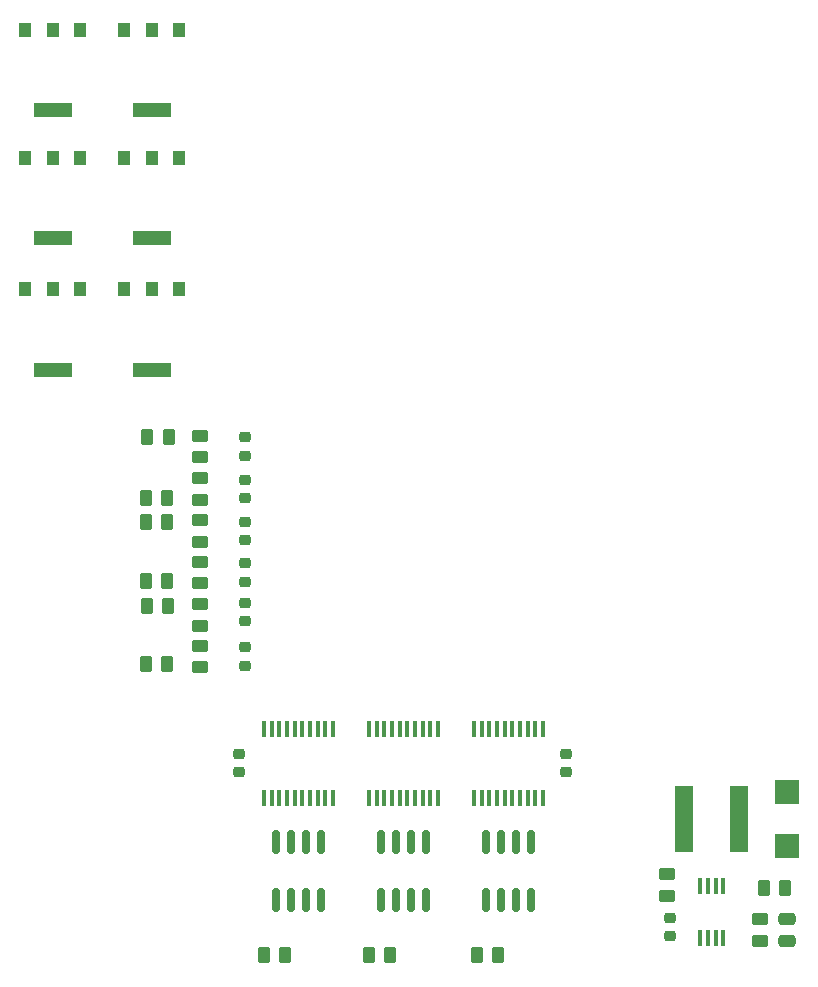
<source format=gtp>
G04 #@! TF.GenerationSoftware,KiCad,Pcbnew,(6.0.5-0)*
G04 #@! TF.CreationDate,2023-01-01T23:21:56+00:00*
G04 #@! TF.ProjectId,bms,626d732e-6b69-4636-9164-5f7063625858,rev?*
G04 #@! TF.SameCoordinates,Original*
G04 #@! TF.FileFunction,Paste,Top*
G04 #@! TF.FilePolarity,Positive*
%FSLAX46Y46*%
G04 Gerber Fmt 4.6, Leading zero omitted, Abs format (unit mm)*
G04 Created by KiCad (PCBNEW (6.0.5-0)) date 2023-01-01 23:21:56*
%MOMM*%
%LPD*%
G01*
G04 APERTURE LIST*
G04 Aperture macros list*
%AMRoundRect*
0 Rectangle with rounded corners*
0 $1 Rounding radius*
0 $2 $3 $4 $5 $6 $7 $8 $9 X,Y pos of 4 corners*
0 Add a 4 corners polygon primitive as box body*
4,1,4,$2,$3,$4,$5,$6,$7,$8,$9,$2,$3,0*
0 Add four circle primitives for the rounded corners*
1,1,$1+$1,$2,$3*
1,1,$1+$1,$4,$5*
1,1,$1+$1,$6,$7*
1,1,$1+$1,$8,$9*
0 Add four rect primitives between the rounded corners*
20,1,$1+$1,$2,$3,$4,$5,0*
20,1,$1+$1,$4,$5,$6,$7,0*
20,1,$1+$1,$6,$7,$8,$9,0*
20,1,$1+$1,$8,$9,$2,$3,0*%
G04 Aperture macros list end*
%ADD10R,1.000000X1.200000*%
%ADD11R,3.300000X1.200000*%
%ADD12R,0.450000X1.400000*%
%ADD13R,0.450000X1.475000*%
%ADD14RoundRect,0.250000X0.450000X-0.262500X0.450000X0.262500X-0.450000X0.262500X-0.450000X-0.262500X0*%
%ADD15RoundRect,0.150000X-0.150000X0.825000X-0.150000X-0.825000X0.150000X-0.825000X0.150000X0.825000X0*%
%ADD16RoundRect,0.250000X-0.450000X0.262500X-0.450000X-0.262500X0.450000X-0.262500X0.450000X0.262500X0*%
%ADD17RoundRect,0.250000X0.262500X0.450000X-0.262500X0.450000X-0.262500X-0.450000X0.262500X-0.450000X0*%
%ADD18RoundRect,0.225000X-0.250000X0.225000X-0.250000X-0.225000X0.250000X-0.225000X0.250000X0.225000X0*%
%ADD19R,2.049780X2.049780*%
%ADD20RoundRect,0.225000X0.250000X-0.225000X0.250000X0.225000X-0.250000X0.225000X-0.250000X-0.225000X0*%
%ADD21RoundRect,0.250000X-0.262500X-0.450000X0.262500X-0.450000X0.262500X0.450000X-0.262500X0.450000X0*%
%ADD22RoundRect,0.250000X-0.475000X0.250000X-0.475000X-0.250000X0.475000X-0.250000X0.475000X0.250000X0*%
%ADD23R,1.600000X5.700000*%
G04 APERTURE END LIST*
D10*
X116019000Y-80264000D03*
X113719000Y-80264000D03*
X111419000Y-80264000D03*
D11*
X113719000Y-87064000D03*
D10*
X107637000Y-80264000D03*
X105337000Y-80264000D03*
X103037000Y-80264000D03*
D11*
X105337000Y-87064000D03*
D10*
X116019000Y-69117000D03*
X113719000Y-69117000D03*
X111419000Y-69117000D03*
D11*
X113719000Y-75917000D03*
D10*
X107637000Y-69117000D03*
X105337000Y-69117000D03*
X103037000Y-69117000D03*
D11*
X105337000Y-75917000D03*
D12*
X160176000Y-135210000D03*
X160826000Y-135210000D03*
X161476000Y-135210000D03*
X162126000Y-135210000D03*
X162126000Y-130810000D03*
X161476000Y-130810000D03*
X160826000Y-130810000D03*
X160176000Y-130810000D03*
D13*
X123240000Y-123334000D03*
X123890000Y-123334000D03*
X124540000Y-123334000D03*
X125190000Y-123334000D03*
X125840000Y-123334000D03*
X126490000Y-123334000D03*
X127140000Y-123334000D03*
X127790000Y-123334000D03*
X128440000Y-123334000D03*
X129090000Y-123334000D03*
X129090000Y-117458000D03*
X128440000Y-117458000D03*
X127790000Y-117458000D03*
X127140000Y-117458000D03*
X126490000Y-117458000D03*
X125840000Y-117458000D03*
X125190000Y-117458000D03*
X124540000Y-117458000D03*
X123890000Y-117458000D03*
X123240000Y-117458000D03*
X132130000Y-123334000D03*
X132780000Y-123334000D03*
X133430000Y-123334000D03*
X134080000Y-123334000D03*
X134730000Y-123334000D03*
X135380000Y-123334000D03*
X136030000Y-123334000D03*
X136680000Y-123334000D03*
X137330000Y-123334000D03*
X137980000Y-123334000D03*
X137980000Y-117458000D03*
X137330000Y-117458000D03*
X136680000Y-117458000D03*
X136030000Y-117458000D03*
X135380000Y-117458000D03*
X134730000Y-117458000D03*
X134080000Y-117458000D03*
X133430000Y-117458000D03*
X132780000Y-117458000D03*
X132130000Y-117458000D03*
X141020000Y-123334000D03*
X141670000Y-123334000D03*
X142320000Y-123334000D03*
X142970000Y-123334000D03*
X143620000Y-123334000D03*
X144270000Y-123334000D03*
X144920000Y-123334000D03*
X145570000Y-123334000D03*
X146220000Y-123334000D03*
X146870000Y-123334000D03*
X146870000Y-117458000D03*
X146220000Y-117458000D03*
X145570000Y-117458000D03*
X144920000Y-117458000D03*
X144270000Y-117458000D03*
X143620000Y-117458000D03*
X142970000Y-117458000D03*
X142320000Y-117458000D03*
X141670000Y-117458000D03*
X141020000Y-117458000D03*
D10*
X116019000Y-58322000D03*
X113719000Y-58322000D03*
X111419000Y-58322000D03*
D11*
X113719000Y-65122000D03*
D10*
X107637000Y-58322000D03*
X105337000Y-58322000D03*
X103037000Y-58322000D03*
D11*
X105337000Y-65122000D03*
D14*
X117811250Y-105156000D03*
X117811250Y-103331000D03*
D15*
X136960000Y-127065000D03*
X135690000Y-127065000D03*
X134420000Y-127065000D03*
X133150000Y-127065000D03*
X133150000Y-132015000D03*
X134420000Y-132015000D03*
X135690000Y-132015000D03*
X136960000Y-132015000D03*
D16*
X165195000Y-133621500D03*
X165195000Y-135446500D03*
D14*
X117811250Y-98091000D03*
X117811250Y-96266000D03*
D17*
X167377500Y-130978000D03*
X165552500Y-130978000D03*
D15*
X145850000Y-127065000D03*
X144580000Y-127065000D03*
X143310000Y-127065000D03*
X142040000Y-127065000D03*
X142040000Y-132015000D03*
X143310000Y-132015000D03*
X144580000Y-132015000D03*
X145850000Y-132015000D03*
D18*
X121621250Y-92800500D03*
X121621250Y-94350500D03*
X121621250Y-99959500D03*
X121621250Y-101509500D03*
D19*
X167481000Y-122837300D03*
X167481000Y-127434700D03*
D16*
X117811250Y-99822000D03*
X117811250Y-101647000D03*
X117811250Y-92663000D03*
X117811250Y-94488000D03*
D18*
X148844000Y-119621000D03*
X148844000Y-121171000D03*
D20*
X157575000Y-135055000D03*
X157575000Y-133505000D03*
D15*
X128070000Y-127065000D03*
X126800000Y-127065000D03*
X125530000Y-127065000D03*
X124260000Y-127065000D03*
X124260000Y-132015000D03*
X125530000Y-132015000D03*
X126800000Y-132015000D03*
X128070000Y-132015000D03*
D20*
X121621250Y-112130500D03*
X121621250Y-110580500D03*
D16*
X117811250Y-106934000D03*
X117811250Y-108759000D03*
D21*
X113239250Y-105005500D03*
X115064250Y-105005500D03*
D18*
X121158000Y-119621000D03*
X121158000Y-121171000D03*
D22*
X167481000Y-133584000D03*
X167481000Y-135484000D03*
D21*
X113239250Y-97940500D03*
X115064250Y-97940500D03*
X132110500Y-136652000D03*
X133935500Y-136652000D03*
D18*
X121621250Y-106804500D03*
X121621250Y-108354500D03*
D21*
X113342750Y-92813500D03*
X115167750Y-92813500D03*
D14*
X117811250Y-112268000D03*
X117811250Y-110443000D03*
D16*
X157321000Y-129811500D03*
X157321000Y-131636500D03*
D21*
X113239250Y-99972500D03*
X115064250Y-99972500D03*
D20*
X121621250Y-97953500D03*
X121621250Y-96403500D03*
X121621250Y-105018500D03*
X121621250Y-103468500D03*
D21*
X123220500Y-136652000D03*
X125045500Y-136652000D03*
D23*
X158781000Y-125136000D03*
X163481000Y-125136000D03*
D21*
X141254500Y-136652000D03*
X143079500Y-136652000D03*
X113304000Y-107058500D03*
X115129000Y-107058500D03*
X113239250Y-112027000D03*
X115064250Y-112027000D03*
M02*

</source>
